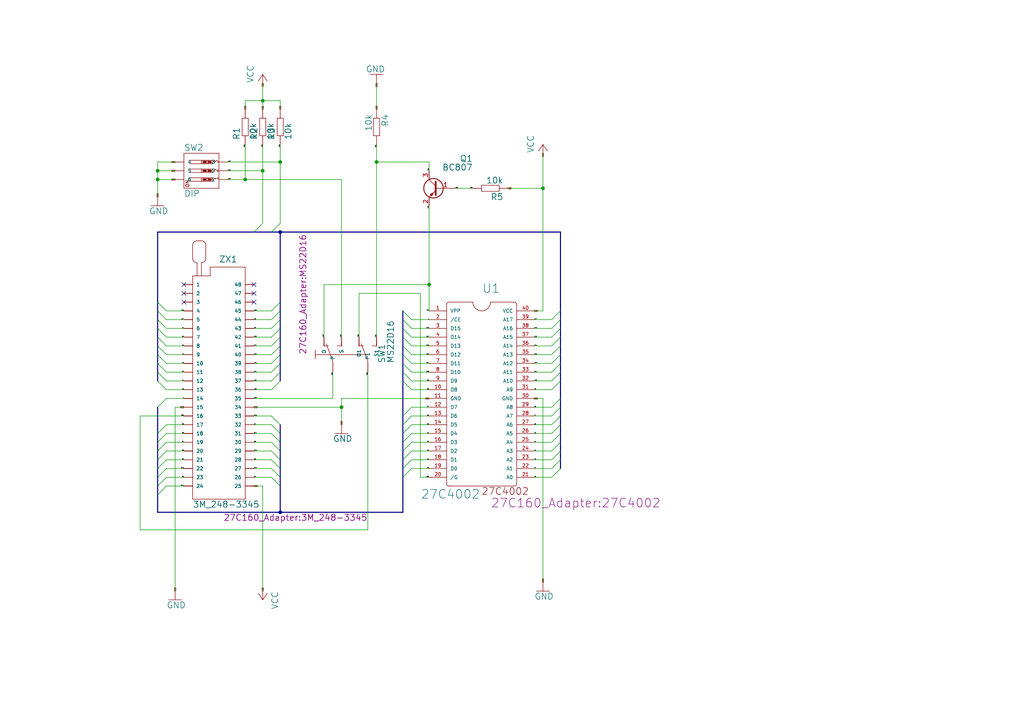
<source format=kicad_sch>
(kicad_sch (version 20211123) (generator eeschema)
  (paper "A4")
  (title_block (title "27C160 to TL866 Adapter") (date "2022-01-31") (rev "1.1SMD") (comment 2 "License:  GPLv3 (s. license.txt)") (comment 3 "Shrunk and reworked for SMD parts 2022 by Torsten Kurbad <amiga[at]tk-webart.de>") (comment 4 "© 2017 gaggi [https://github.com/gaggi/27c160-tl866-adapter]"))
  (lib_symbols
    (symbol "27C160_Adapter:27C4002" (pin_names (offset 1.016))
      (property "Reference" "M" (at 0 30.48 0))
      (symbol "27C4002_1_0"
        (polyline (pts (xy -10.16 -24.765) (xy -10.16 27.305)))
        (polyline (pts (xy -9.525 27.94) (xy -2.54 27.94)))
        (polyline (pts (xy 2.54 27.94) (xy 9.525 27.94)))
        (polyline (pts (xy 9.525 -25.4) (xy -9.525 -25.4)))
        (polyline (pts (xy 10.16 27.305) (xy 10.16 -24.765)))
        (text "27C4002" (at 6.8326 -26.924 0) (effects (font (size 2.032 2.032))))
      )
      (symbol "27C4002_1_1"
        (arc (start -10.16 -24.765) (mid -9.974 -25.214) (end -9.525 -25.4))
        (arc (start -9.525 27.94) (mid -9.974 27.754) (end -10.16 27.305))
        (arc (start -2.54 27.94) (mid -1.7961 26.1439) (end 0 25.4))
        (arc (start 0 25.4) (mid 1.7961 26.1439) (end 2.54 27.94))
        (arc (start 9.525 -25.4) (mid 9.974 -25.214) (end 10.16 -24.765))
        (arc (start 10.16 27.305) (mid 9.974 27.754) (end 9.525 27.94))
        (pin bidirectional line (at -15.24 25.4 0) (length 5.08) (name "VPP") (number "1"))
        (pin bidirectional line (at -15.24 2.54 0) (length 5.08) (name "D8") (number "10"))
        (pin bidirectional line (at -15.24 0 0) (length 5.08) (name "GND") (number "11"))
        (pin bidirectional line (at -15.24 -2.54 0) (length 5.08) (name "D7") (number "12"))
        (pin bidirectional line (at -15.24 -5.08 0) (length 5.08) (name "D6") (number "13"))
        (pin bidirectional line (at -15.24 -7.62 0) (length 5.08) (name "D5") (number "14"))
        (pin bidirectional line (at -15.24 -10.16 0) (length 5.08) (name "D4") (number "15"))
        (pin bidirectional line (at -15.24 -12.7 0) (length 5.08) (name "D3") (number "16"))
        (pin bidirectional line (at -15.24 -15.24 0) (length 5.08) (name "D2") (number "17"))
        (pin bidirectional line (at -15.24 -17.78 0) (length 5.08) (name "D1") (number "18"))
        (pin bidirectional line (at -15.24 -20.32 0) (length 5.08) (name "D0") (number "19"))
        (pin bidirectional line (at -15.24 22.86 0) (length 5.08) (name "/CE") (number "2"))
        (pin bidirectional line (at -15.24 -22.86 0) (length 5.08) (name "/G") (number "20"))
        (pin bidirectional line (at 15.24 -22.86 180) (length 5.08) (name "A0") (number "21"))
        (pin bidirectional line (at 15.24 -20.32 180) (length 5.08) (name "A1") (number "22"))
        (pin bidirectional line (at 15.24 -17.78 180) (length 5.08) (name "A2") (number "23"))
        (pin bidirectional line (at 15.24 -15.24 180) (length 5.08) (name "A3") (number "24"))
        (pin bidirectional line (at 15.24 -12.7 180) (length 5.08) (name "A4") (number "25"))
        (pin bidirectional line (at 15.24 -10.16 180) (length 5.08) (name "A5") (number "26"))
        (pin bidirectional line (at 15.24 -7.62 180) (length 5.08) (name "A6") (number "27"))
        (pin bidirectional line (at 15.24 -5.08 180) (length 5.08) (name "A7") (number "28"))
        (pin bidirectional line (at 15.24 -2.54 180) (length 5.08) (name "A8") (number "29"))
        (pin bidirectional line (at -15.24 20.32 0) (length 5.08) (name "D15") (number "3"))
        (pin bidirectional line (at 15.24 0 180) (length 5.08) (name "GND") (number "30"))
        (pin bidirectional line (at 15.24 2.54 180) (length 5.08) (name "A9") (number "31"))
        (pin bidirectional line (at 15.24 5.08 180) (length 5.08) (name "A10") (number "32"))
        (pin bidirectional line (at 15.24 7.62 180) (length 5.08) (name "A11") (number "33"))
        (pin bidirectional line (at 15.24 10.16 180) (length 5.08) (name "A12") (number "34"))
        (pin bidirectional line (at 15.24 12.7 180) (length 5.08) (name "A13") (number "35"))
        (pin bidirectional line (at 15.24 15.24 180) (length 5.08) (name "A14") (number "36"))
        (pin bidirectional line (at 15.24 17.78 180) (length 5.08) (name "A15") (number "37"))
        (pin bidirectional line (at 15.24 20.32 180) (length 5.08) (name "A16") (number "38"))
        (pin bidirectional line (at 15.24 22.86 180) (length 5.08) (name "A17") (number "39"))
        (pin bidirectional line (at -15.24 17.78 0) (length 5.08) (name "D14") (number "4"))
        (pin bidirectional line (at 15.24 25.4 180) (length 5.08) (name "VCC") (number "40"))
        (pin bidirectional line (at -15.24 15.24 0) (length 5.08) (name "D13") (number "5"))
        (pin bidirectional line (at -15.24 12.7 0) (length 5.08) (name "D12") (number "6"))
        (pin bidirectional line (at -15.24 10.16 0) (length 5.08) (name "D11") (number "7"))
        (pin bidirectional line (at -15.24 7.62 0) (length 5.08) (name "D10") (number "8"))
        (pin bidirectional line (at -15.24 5.08 0) (length 5.08) (name "D9") (number "9"))
      )
    )
    (symbol "27C160_Adapter:3M_248-3345" (pin_numbers hide) (pin_names (offset 1.016))
      (property "Reference" "ZX" (at 0 34.29 0))
      (property "Value" "3M_248-3345" (at -7.62 -36.83 0))
      (symbol "3M_248-3345_1_0"
        (polyline (pts (xy -7.62 -34.29) (xy 7.62 -34.29)))
        (polyline (pts (xy -7.62 30.48) (xy -7.62 -34.29)))
        (polyline (pts (xy -7.62 35.56) (xy -7.62 39.37)))
        (polyline (pts (xy -6.35 30.48) (xy -7.62 30.48)))
        (polyline (pts (xy -6.35 30.48) (xy -6.35 34.29)))
        (polyline (pts (xy -6.35 40.64) (xy -5.08 40.64)))
        (polyline (pts (xy -5.08 30.48) (xy -6.35 30.48)))
        (polyline (pts (xy -5.08 34.29) (xy -5.08 30.48)))
        (polyline (pts (xy -3.81 39.37) (xy -3.81 35.56)))
        (polyline (pts (xy -2.54 30.48) (xy -5.08 30.48)))
        (polyline (pts (xy -2.54 33.02) (xy -2.54 30.48)))
        (polyline (pts (xy 7.62 -34.29) (xy 7.62 33.02)))
        (polyline (pts (xy 7.62 33.02) (xy -2.54 33.02)))
      )
      (symbol "3M_248-3345_1_1"
        (arc (start -7.62 35.56) (mid -7.248 34.662) (end -6.35 34.29))
        (arc (start -6.35 40.64) (mid -7.248 40.268) (end -7.62 39.37))
        (arc (start -5.08 34.29) (mid -4.182 34.662) (end -3.81 35.56))
        (arc (start -3.81 39.37) (mid -4.182 40.268) (end -5.08 40.64))
        (pin passive line (at -10.16 27.94 0) (length 2.54) (name "1") (number "1"))
        (pin passive line (at -10.16 5.08 0) (length 2.54) (name "10") (number "10"))
        (pin passive line (at -10.16 2.54 0) (length 2.54) (name "11") (number "11"))
        (pin passive line (at -10.16 0 0) (length 2.54) (name "12") (number "12"))
        (pin passive line (at -10.16 -2.54 0) (length 2.54) (name "13") (number "13"))
        (pin passive line (at -10.16 -5.08 0) (length 2.54) (name "14") (number "14"))
        (pin passive line (at -10.16 -7.62 0) (length 2.54) (name "15") (number "15"))
        (pin passive line (at -10.16 -10.16 0) (length 2.54) (name "16") (number "16"))
        (pin passive line (at -10.16 -12.7 0) (length 2.54) (name "17") (number "17"))
        (pin passive line (at -10.16 -15.24 0) (length 2.54) (name "18") (number "18"))
        (pin passive line (at -10.16 -17.78 0) (length 2.54) (name "19") (number "19"))
        (pin passive line (at -10.16 25.4 0) (length 2.54) (name "2") (number "2"))
        (pin passive line (at -10.16 -20.32 0) (length 2.54) (name "20") (number "20"))
        (pin passive line (at -10.16 -22.86 0) (length 2.54) (name "21") (number "21"))
        (pin passive line (at -10.16 -25.4 0) (length 2.54) (name "22") (number "22"))
        (pin passive line (at -10.16 -27.94 0) (length 2.54) (name "23") (number "23"))
        (pin passive line (at -10.16 -30.48 0) (length 2.54) (name "24") (number "24"))
        (pin passive line (at 10.16 -30.48 180) (length 2.54) (name "25") (number "25"))
        (pin passive line (at 10.16 -27.94 180) (length 2.54) (name "26") (number "26"))
        (pin passive line (at 10.16 -25.4 180) (length 2.54) (name "27") (number "27"))
        (pin passive line (at 10.16 -22.86 180) (length 2.54) (name "28") (number "28"))
        (pin passive line (at 10.16 -20.32 180) (length 2.54) (name "29") (number "29"))
        (pin passive line (at -10.16 22.86 0) (length 2.54) (name "3") (number "3"))
        (pin passive line (at 10.16 -17.78 180) (length 2.54) (name "30") (number "30"))
        (pin passive line (at 10.16 -15.24 180) (length 2.54) (name "31") (number "31"))
        (pin passive line (at 10.16 -12.7 180) (length 2.54) (name "32") (number "32"))
        (pin passive line (at 10.16 -10.16 180) (length 2.54) (name "33") (number "33"))
        (pin passive line (at 10.16 -7.62 180) (length 2.54) (name "34") (number "34"))
        (pin passive line (at 10.16 -5.08 180) (length 2.54) (name "35") (number "35"))
        (pin passive line (at 10.16 -2.54 180) (length 2.54) (name "36") (number "36"))
        (pin passive line (at 10.16 0 180) (length 2.54) (name "37") (number "37"))
        (pin passive line (at 10.16 2.54 180) (length 2.54) (name "38") (number "38"))
        (pin passive line (at 10.16 5.08 180) (length 2.54) (name "39") (number "39"))
        (pin passive line (at -10.16 20.32 0) (length 2.54) (name "4") (number "4"))
        (pin passive line (at 10.16 7.62 180) (length 2.54) (name "40") (number "40"))
        (pin passive line (at 10.16 10.16 180) (length 2.54) (name "41") (number "41"))
        (pin passive line (at 10.16 12.7 180) (length 2.54) (name "42") (number "42"))
        (pin passive line (at 10.16 15.24 180) (length 2.54) (name "43") (number "43"))
        (pin passive line (at 10.16 17.78 180) (length 2.54) (name "44") (number "44"))
        (pin passive line (at 10.16 20.32 180) (length 2.54) (name "45") (number "45"))
        (pin passive line (at 10.16 22.86 180) (length 2.54) (name "46") (number "46"))
        (pin passive line (at 10.16 25.4 180) (length 2.54) (name "47") (number "47"))
        (pin passive line (at 10.16 27.94 180) (length 2.54) (name "48") (number "48"))
        (pin passive line (at -10.16 17.78 0) (length 2.54) (name "5") (number "5"))
        (pin passive line (at -10.16 15.24 0) (length 2.54) (name "6") (number "6"))
        (pin passive line (at -10.16 12.7 0) (length 2.54) (name "7") (number "7"))
        (pin passive line (at -10.16 10.16 0) (length 2.54) (name "8") (number "8"))
        (pin passive line (at -10.16 7.62 0) (length 2.54) (name "9") (number "9"))
      )
    )
    (symbol "27C160_Adapter:GND" (power) (pin_numbers hide) (pin_names (offset 1.016) hide)
      (property "Value" "GND" (at -2.54 -2.54 0))
      (symbol "GND_1_0"
        (polyline (pts (xy -1.905 0) (xy 1.905 0)))
        (polyline (pts (xy 0 2.54) (xy 0 0)))
      )
      (symbol "GND_1_1"
        (pin power_in line (at 0 2.54 270) (length 2.54) hide (name "GND") (number "~"))
      )
    )
    (symbol "27C160_Adapter:MS22D16" (pin_numbers hide) (pin_names (offset 1.016))
      (property "Reference" "TEST" (at 9.271 -2.54 90))
      (property "Value" "MS22D16" (at 11.811 -2.54 90))
      (symbol "MS22D16_1_0"
        (polyline (pts (xy -10.16 1.27) (xy -10.16 -1.27)))
        (polyline (pts (xy -7.62 2.54) (xy -7.62 3.175)))
        (polyline (pts (xy -7.62 2.54) (xy -6.35 2.54)))
        (polyline (pts (xy -5.08 -3.175) (xy -5.08 -1.905)))
        (polyline (pts (xy -5.08 -1.905) (xy -6.985 3.175)))
        (polyline (pts (xy -3.81 2.54) (xy -2.54 2.54)))
        (polyline (pts (xy -2.54 2.54) (xy -2.54 3.175)))
        (polyline (pts (xy 2.54 2.54) (xy 2.54 3.175)))
        (polyline (pts (xy 2.54 2.54) (xy 3.81 2.54)))
        (polyline (pts (xy 4.318 0) (xy -10.16 0)))
        (polyline (pts (xy 5.08 -3.175) (xy 5.08 -1.905)))
        (polyline (pts (xy 5.08 -1.905) (xy 3.175 3.175)))
        (polyline (pts (xy 6.35 2.54) (xy 7.62 2.54)))
        (polyline (pts (xy 7.62 2.54) (xy 7.62 3.175)))
      )
      (symbol "MS22D16_1_1"
        (pin passive line (at -7.62 5.08 270) (length 2.54) (name "O") (number "1"))
        (pin passive line (at -5.08 -5.08 90) (length 2.54) (name "P") (number "2"))
        (pin passive line (at -2.54 5.08 270) (length 2.54) (name "S") (number "3"))
        (pin passive line (at 2.54 5.08 270) (length 2.54) (name "O1") (number "4"))
        (pin passive line (at 5.08 -5.08 90) (length 2.54) (name "P1") (number "5"))
        (pin passive line (at 7.62 5.08 270) (length 2.54) (name "S1") (number "6"))
      )
    )
    (symbol "27C160_Adapter:R-EU_0207_10" (pin_numbers hide) (pin_names (offset 1.016) hide)
      (property "Reference" "R" (at -3.81 1.4986 0))
      (property "Value" "R-EU_0207_10" (at -3.81 -3.302 0))
      (symbol "R-EU_0207_10_1_0"
        (polyline (pts (xy -2.54 -0.889) (xy -2.54 0.889)))
        (polyline (pts (xy -2.54 -0.889) (xy 2.54 -0.889)))
        (polyline (pts (xy 2.54 -0.889) (xy 2.54 0.889)))
        (polyline (pts (xy 2.54 0.889) (xy -2.54 0.889)))
      )
      (symbol "R-EU_0207_10_1_1"
        (pin passive line (at -5.08 0 0) (length 2.54) (name "1") (number "1"))
        (pin passive line (at 5.08 0 180) (length 2.54) (name "2") (number "2"))
      )
    )
    (symbol "27C160_Adapter:SW_DIP-3" (pin_numbers hide) (pin_names (offset 1.016))
      (property "Reference" "SW" (at -5.08 5.715 0))
      (property "Value" "SW_DIP-3" (at -5.08 -7.62 0))
      (symbol "SW_DIP-3_1_0"
        (polyline (pts (xy -5.08 -5.08) (xy 5.08 -5.08)))
        (polyline (pts (xy -5.08 5.08) (xy -5.08 -5.08)))
        (polyline (pts (xy -5.08 5.08) (xy 5.08 5.08)))
        (polyline (pts (xy -3.302 -3.048) (xy -3.302 -2.032)))
        (polyline (pts (xy -3.302 -2.032) (xy 0 -2.032)))
        (polyline (pts (xy -3.302 -0.508) (xy -3.302 0.508)))
        (polyline (pts (xy -3.302 0.508) (xy 0 0.508)))
        (polyline (pts (xy -3.302 2.032) (xy -3.302 3.048)))
        (polyline (pts (xy -3.302 3.048) (xy 0 3.048)))
        (polyline (pts (xy 0 -3.048) (xy -3.302 -3.048)))
        (polyline (pts (xy 0 -2.032) (xy 0 -3.048)))
        (polyline (pts (xy 0 -2.032) (xy 3.302 -2.032)))
        (polyline (pts (xy 0 -0.508) (xy -3.302 -0.508)))
        (polyline (pts (xy 0 0.508) (xy 0 -0.508)))
        (polyline (pts (xy 0 0.508) (xy 3.302 0.508)))
        (polyline (pts (xy 0 2.032) (xy -3.302 2.032)))
        (polyline (pts (xy 0 3.048) (xy 0 2.032)))
        (polyline (pts (xy 0 3.048) (xy 3.302 3.048)))
        (polyline (pts (xy 1.397 -2.794) (xy 1.905 -2.794)))
        (polyline (pts (xy 1.397 -2.286) (xy 1.905 -2.286)))
        (polyline (pts (xy 1.397 -0.254) (xy 1.905 -0.254)))
        (polyline (pts (xy 1.397 0.254) (xy 1.905 0.254)))
        (polyline (pts (xy 1.397 2.286) (xy 1.905 2.286)))
        (polyline (pts (xy 1.397 2.794) (xy 1.905 2.794)))
        (polyline (pts (xy 3.302 -3.048) (xy 0 -3.048)))
        (polyline (pts (xy 3.302 -2.032) (xy 3.302 -3.048)))
        (polyline (pts (xy 3.302 -0.508) (xy 0 -0.508)))
        (polyline (pts (xy 3.302 0.508) (xy 3.302 -0.508)))
        (polyline (pts (xy 3.302 2.032) (xy 0 2.032)))
        (polyline (pts (xy 3.302 3.048) (xy 3.302 2.032)))
        (polyline (pts (xy 5.08 -5.08) (xy 5.08 5.08)))
        (text "1" (at 4.318 -2.1844 900) (effects (font (size 1.016 1.016))))
        (text "2" (at 4.318 0.1016 900) (effects (font (size 1.016 1.016))))
        (text "3" (at 4.318 2.6416 900) (effects (font (size 1.016 1.016))))
        (text "ON" (at -4.064 -3.7338 900) (effects (font (size 1.016 1.016))))
      )
      (symbol "SW_DIP-3_1_1"
        (rectangle (start 0.381 -2.794) (end 1.397 -2.286) (fill (type outline)))
        (rectangle (start 0.381 -0.254) (end 1.397 0.254) (fill (type outline)))
        (rectangle (start 0.381 2.286) (end 1.397 2.794) (fill (type outline)))
        (rectangle (start 1.905 -2.794) (end 2.921 -2.286) (fill (type outline)))
        (rectangle (start 1.905 -0.254) (end 2.921 0.254) (fill (type outline)))
        (rectangle (start 1.905 2.286) (end 2.921 2.794) (fill (type outline)))
        (pin passive line (at 7.62 -2.54 180) (length 2.54) (name "1") (number "1"))
        (pin passive line (at 7.62 0 180) (length 2.54) (name "2") (number "2"))
        (pin passive line (at 7.62 2.54 180) (length 2.54) (name "3") (number "3"))
        (pin passive line (at -7.62 2.54 0) (length 2.54) (name "4") (number "4"))
        (pin passive line (at -7.62 0 0) (length 2.54) (name "5") (number "5"))
        (pin passive line (at -7.62 -2.54 0) (length 2.54) (name "6") (number "6"))
      )
    )
    (symbol "27C160_Adapter:VCC" (power) (pin_numbers hide) (pin_names (offset 1.016) hide)
      (property "Value" "VCC" (at -3.429 -2.54 90))
      (symbol "VCC_1_0"
        (polyline (pts (xy 0 -2.54) (xy 0 0)))
        (polyline (pts (xy 0 0) (xy -1.27 -1.905)))
        (polyline (pts (xy 1.27 -1.905) (xy 0 0)))
      )
      (symbol "VCC_1_1"
        (pin power_in line (at 0 -2.54 90) (length 2.54) hide (name "VCC") (number "~"))
      )
    )
    (symbol "Transistor_BJT:BC807" (pin_names (offset 0) hide)
      (property "Reference" "Q" (at 5.08 1.905 0))
      (property "Value" "BC807" (at 5.08 0 0))
      (symbol "BC807_0_1"
        (polyline (pts (xy 0.635 0.635) (xy 2.54 2.54)))
        (polyline (pts (xy 0.635 -0.635) (xy 2.54 -2.54) (xy 2.54 -2.54)))
        (polyline (pts (xy 0.635 1.905) (xy 0.635 -1.905) (xy 0.635 -1.905)) (stroke (width 0.508)))
        (polyline (pts (xy 2.286 -1.778) (xy 1.778 -2.286) (xy 1.27 -1.27) (xy 2.286 -1.778) (xy 2.286 -1.778)) (fill (type outline)))
        (circle (center 1.27 0) (radius 2.8194) (stroke (width 0.254)))
      )
      (symbol "BC807_1_1"
        (pin input line (at -5.08 0 0) (length 5.715) (name "B") (number "1"))
        (pin passive line (at 2.54 -5.08 90) (length 2.54) (name "E") (number "2"))
        (pin passive line (at 2.54 5.08 270) (length 2.54) (name "C") (number "3"))
      )
    )
  )
  (junction (at 45.72 49.53))
  (junction (at 71.12 52.07))
  (junction (at 99.06 118.11))
  (junction (at 157.48 54.61))
  (junction (at 81.28 148.59))
  (junction (at 124.46 82.55))
  (junction (at 109.22 46.99))
  (junction (at 76.2 49.53))
  (junction (at 76.2 29.21))
  (junction (at 81.28 46.99))
  (junction (at 45.72 52.07))
  (junction (at 81.28 67.31))
  (no_connect (at 73.66 82.55))
  (no_connect (at 73.66 85.09))
  (no_connect (at 73.66 87.63))
  (no_connect (at 53.34 85.09))
  (no_connect (at -158.75 135.89))
  (no_connect (at 53.34 82.55))
  (no_connect (at 53.34 87.63))
  (bus_entry (at 45.72 100.33) (size 2.54 2.54))
  (bus_entry (at 160.02 138.43) (size 2.54 -2.54))
  (bus_entry (at 160.02 128.27) (size 2.54 -2.54))
  (bus_entry (at 116.84 102.87) (size 2.54 2.54))
  (bus_entry (at 78.74 138.43) (size 2.54 2.54))
  (bus_entry (at 160.02 125.73) (size 2.54 -2.54))
  (bus_entry (at 78.74 102.87) (size 2.54 -2.54))
  (bus_entry (at 160.02 130.81) (size 2.54 -2.54))
  (bus_entry (at 160.02 102.87) (size 2.54 -2.54))
  (bus_entry (at 78.74 92.71) (size 2.54 -2.54))
  (bus_entry (at 116.84 130.81) (size 2.54 -2.54))
  (bus_entry (at 160.02 113.03) (size 2.54 -2.54))
  (bus_entry (at 78.74 133.35) (size 2.54 2.54))
  (bus_entry (at 45.72 128.27) (size 2.54 -2.54))
  (bus_entry (at 116.84 120.65) (size 2.54 -2.54))
  (bus_entry (at 116.84 97.79) (size 2.54 2.54))
  (bus_entry (at 45.72 102.87) (size 2.54 2.54))
  (bus_entry (at 160.02 107.95) (size 2.54 -2.54))
  (bus_entry (at 78.74 135.89) (size 2.54 2.54))
  (bus_entry (at 160.02 105.41) (size 2.54 -2.54))
  (bus_entry (at 160.02 133.35) (size 2.54 -2.54))
  (bus_entry (at 45.72 118.11) (size 2.54 -2.54))
  (bus_entry (at 78.74 105.41) (size 2.54 -2.54))
  (bus_entry (at 116.84 90.17) (size 2.54 2.54))
  (bus_entry (at 116.84 138.43) (size 2.54 -2.54))
  (bus_entry (at 116.84 100.33) (size 2.54 2.54))
  (bus_entry (at 78.74 128.27) (size 2.54 2.54))
  (bus_entry (at 78.74 100.33) (size 2.54 -2.54))
  (bus_entry (at 78.74 125.73) (size 2.54 2.54))
  (bus_entry (at 78.74 97.79) (size 2.54 -2.54))
  (bus_entry (at 45.72 95.25) (size 2.54 2.54))
  (bus_entry (at 78.74 130.81) (size 2.54 2.54))
  (bus_entry (at 45.72 87.63) (size 2.54 2.54))
  (bus_entry (at 160.02 100.33) (size 2.54 -2.54))
  (bus_entry (at 160.02 92.71) (size 2.54 -2.54))
  (bus_entry (at 78.74 113.03) (size 2.54 -2.54))
  (bus_entry (at 45.72 138.43) (size 2.54 -2.54))
  (bus_entry (at 116.84 105.41) (size 2.54 2.54))
  (bus_entry (at 116.84 123.19) (size 2.54 -2.54))
  (bus_entry (at 116.84 107.95) (size 2.54 2.54))
  (bus_entry (at 160.02 97.79) (size 2.54 -2.54))
  (bus_entry (at 160.02 123.19) (size 2.54 -2.54))
  (bus_entry (at 78.74 95.25) (size 2.54 -2.54))
  (bus_entry (at 78.74 120.65) (size 2.54 2.54))
  (bus_entry (at 78.74 90.17) (size 2.54 -2.54))
  (bus_entry (at 45.72 140.97) (size 2.54 -2.54))
  (bus_entry (at 116.84 92.71) (size 2.54 2.54))
  (bus_entry (at 116.84 95.25) (size 2.54 2.54))
  (bus_entry (at 116.84 135.89) (size 2.54 -2.54))
  (bus_entry (at 78.74 110.49) (size 2.54 -2.54))
  (bus_entry (at 116.84 133.35) (size 2.54 -2.54))
  (bus_entry (at 45.72 90.17) (size 2.54 2.54))
  (bus_entry (at 160.02 110.49) (size 2.54 -2.54))
  (bus_entry (at 45.72 105.41) (size 2.54 2.54))
  (bus_entry (at 45.72 110.49) (size 2.54 2.54))
  (bus_entry (at 45.72 130.81) (size 2.54 -2.54))
  (bus_entry (at 116.84 110.49) (size 2.54 2.54))
  (bus_entry (at 160.02 135.89) (size 2.54 -2.54))
  (bus_entry (at 160.02 120.65) (size 2.54 -2.54))
  (bus_entry (at 45.72 125.73) (size 2.54 -2.54))
  (bus_entry (at 78.74 107.95) (size 2.54 -2.54))
  (bus_entry (at 45.72 107.95) (size 2.54 2.54))
  (bus_entry (at 45.72 97.79) (size 2.54 2.54))
  (bus_entry (at 78.74 123.19) (size 2.54 2.54))
  (bus_entry (at 45.72 92.71) (size 2.54 2.54))
  (bus_entry (at 160.02 95.25) (size 2.54 -2.54))
  (bus_entry (at 45.72 133.35) (size 2.54 -2.54))
  (bus_entry (at 116.84 125.73) (size 2.54 -2.54))
  (bus_entry (at 116.84 128.27) (size 2.54 -2.54))
  (bus_entry (at 160.02 118.11) (size 2.54 -2.54))
  (bus_entry (at 45.72 135.89) (size 2.54 -2.54))
  (bus_entry (at 45.72 143.51) (size 2.54 -2.54))
  (wire (pts (xy 124.46 46.99) (xy 124.46 49.53)))
  (bus (pts (xy 45.72 130.81) (xy 45.72 133.35)))
  (bus (pts (xy 45.72 95.25) (xy 45.72 97.79)))
  (bus (pts (xy 45.72 92.71) (xy 45.72 95.25)))
  (bus (pts (xy 116.84 110.49) (xy 116.84 120.65)))
  (wire (pts (xy 154.94 123.19) (xy 160.02 123.19)))
  (wire (pts (xy 73.66 97.79) (xy 78.74 97.79)))
  (wire (pts (xy 124.46 113.03) (xy 119.38 113.03)))
  (wire (pts (xy 154.94 102.87) (xy 160.02 102.87)))
  (bus (pts (xy 81.28 138.43) (xy 81.28 140.97)))
  (wire (pts (xy 154.94 138.43) (xy 160.02 138.43)))
  (bus (pts (xy 81.28 140.97) (xy 81.28 148.59)))
  (wire (pts (xy 96.52 115.57) (xy 73.66 115.57)))
  (wire (pts (xy 73.66 128.27) (xy 78.74 128.27)))
  (bus (pts (xy 45.72 87.63) (xy 45.72 90.17)))
  (wire (pts (xy 73.66 92.71) (xy 78.74 92.71)))
  (wire (pts (xy 53.34 110.49) (xy 48.26 110.49)))
  (wire (pts (xy 53.34 135.89) (xy 48.26 135.89)))
  (wire (pts (xy 154.94 107.95) (xy 160.02 107.95)))
  (wire (pts (xy 96.52 107.95) (xy 96.52 115.57)))
  (bus (pts (xy 81.28 100.33) (xy 81.28 102.87)))
  (wire (pts (xy 124.46 82.55) (xy 93.98 82.55)))
  (bus (pts (xy 116.84 90.17) (xy 116.84 92.71)))
  (wire (pts (xy 53.34 133.35) (xy 48.26 133.35)))
  (bus (pts (xy 116.84 100.33) (xy 116.84 102.87)))
  (wire (pts (xy 154.94 110.49) (xy 160.02 110.49)))
  (wire (pts (xy 66.04 49.53) (xy 76.2 49.53)))
  (bus (pts (xy 81.28 102.87) (xy 81.28 105.41)))
  (wire (pts (xy 73.66 138.43) (xy 78.74 138.43)))
  (bus (pts (xy 45.72 67.31) (xy 45.72 87.63)))
  (wire (pts (xy 124.46 95.25) (xy 119.38 95.25)))
  (bus (pts (xy 81.28 95.25) (xy 81.28 97.79)))
  (wire (pts (xy 73.66 105.41) (xy 78.74 105.41)))
  (wire (pts (xy 124.46 82.55) (xy 124.46 90.17)))
  (wire (pts (xy 53.34 123.19) (xy 48.26 123.19)))
  (wire (pts (xy 109.22 41.91) (xy 109.22 46.99)))
  (wire (pts (xy 76.2 49.53) (xy 76.2 64.77)))
  (wire (pts (xy 124.46 100.33) (xy 119.38 100.33)))
  (bus (pts (xy 45.72 138.43) (xy 45.72 140.97)))
  (wire (pts (xy 154.94 92.71) (xy 160.02 92.71)))
  (bus (pts (xy 162.56 97.79) (xy 162.56 100.33)))
  (wire (pts (xy 73.66 90.17) (xy 78.74 90.17)))
  (bus (pts (xy 162.56 123.19) (xy 162.56 125.73)))
  (bus (pts (xy 81.28 92.71) (xy 81.28 95.25)))
  (bus (pts (xy 116.84 123.19) (xy 116.84 125.73)))
  (bus (pts (xy 45.72 102.87) (xy 45.72 105.41)))
  (wire (pts (xy 73.66 123.19) (xy 78.74 123.19)))
  (wire (pts (xy 73.66 140.97) (xy 76.2 140.97)))
  (wire (pts (xy 124.46 138.43) (xy 121.92 138.43)))
  (wire (pts (xy 76.2 64.77) (xy 73.66 67.31)))
  (wire (pts (xy 124.46 130.81) (xy 119.38 130.81)))
  (wire (pts (xy 53.34 130.81) (xy 48.26 130.81)))
  (wire (pts (xy 157.48 90.17) (xy 154.94 90.17)))
  (bus (pts (xy 116.84 138.43) (xy 116.84 148.59)))
  (bus (pts (xy 45.72 128.27) (xy 45.72 130.81)))
  (wire (pts (xy 66.04 46.99) (xy 81.28 46.99)))
  (bus (pts (xy 81.28 90.17) (xy 81.28 92.71)))
  (wire (pts (xy 154.94 128.27) (xy 160.02 128.27)))
  (bus (pts (xy 116.84 130.81) (xy 116.84 133.35)))
  (wire (pts (xy 73.66 113.03) (xy 78.74 113.03)))
  (wire (pts (xy 45.72 52.07) (xy 45.72 57.15)))
  (bus (pts (xy 162.56 130.81) (xy 162.56 133.35)))
  (wire (pts (xy 154.94 95.25) (xy 160.02 95.25)))
  (bus (pts (xy 81.28 67.31) (xy 162.56 67.31)))
  (bus (pts (xy 116.84 120.65) (xy 116.84 123.19)))
  (wire (pts (xy 109.22 46.99) (xy 124.46 46.99)))
  (wire (pts (xy 53.34 115.57) (xy 48.26 115.57)))
  (wire (pts (xy 124.46 133.35) (xy 119.38 133.35)))
  (wire (pts (xy 71.12 31.75) (xy 71.12 29.21)))
  (bus (pts (xy 162.56 120.65) (xy 162.56 123.19)))
  (wire (pts (xy 81.28 29.21) (xy 81.28 31.75)))
  (bus (pts (xy 45.72 125.73) (xy 45.72 128.27)))
  (wire (pts (xy 50.8 49.53) (xy 45.72 49.53)))
  (wire (pts (xy 53.34 138.43) (xy 48.26 138.43)))
  (wire (pts (xy 76.2 41.91) (xy 76.2 49.53)))
  (bus (pts (xy 116.84 105.41) (xy 116.84 107.95)))
  (wire (pts (xy 53.34 92.71) (xy 48.26 92.71)))
  (bus (pts (xy 81.28 87.63) (xy 81.28 90.17)))
  (bus (pts (xy 162.56 107.95) (xy 162.56 110.49)))
  (wire (pts (xy 109.22 24.13) (xy 109.22 31.75)))
  (wire (pts (xy 154.94 130.81) (xy 160.02 130.81)))
  (bus (pts (xy 116.84 97.79) (xy 116.84 100.33)))
  (wire (pts (xy 124.46 125.73) (xy 119.38 125.73)))
  (wire (pts (xy 124.46 128.27) (xy 119.38 128.27)))
  (bus (pts (xy 116.84 107.95) (xy 116.84 110.49)))
  (bus (pts (xy 162.56 110.49) (xy 162.56 115.57)))
  (wire (pts (xy 71.12 41.91) (xy 71.12 52.07)))
  (wire (pts (xy 40.64 153.67) (xy 40.64 120.65)))
  (bus (pts (xy 81.28 133.35) (xy 81.28 135.89)))
  (bus (pts (xy 45.72 107.95) (xy 45.72 110.49)))
  (wire (pts (xy 73.66 133.35) (xy 78.74 133.35)))
  (wire (pts (xy 124.46 115.57) (xy 99.06 115.57)))
  (bus (pts (xy 162.56 100.33) (xy 162.56 102.87)))
  (bus (pts (xy 81.28 67.31) (xy 81.28 87.63)))
  (bus (pts (xy 45.72 148.59) (xy 81.28 148.59)))
  (wire (pts (xy 53.34 113.03) (xy 48.26 113.03)))
  (wire (pts (xy 53.34 102.87) (xy 48.26 102.87)))
  (wire (pts (xy 121.92 85.09) (xy 121.92 138.43)))
  (wire (pts (xy 73.66 120.65) (xy 78.74 120.65)))
  (wire (pts (xy 73.66 130.81) (xy 78.74 130.81)))
  (wire (pts (xy 154.94 133.35) (xy 160.02 133.35)))
  (wire (pts (xy 73.66 110.49) (xy 78.74 110.49)))
  (bus (pts (xy 162.56 67.31) (xy 162.56 90.17)))
  (wire (pts (xy 147.32 54.61) (xy 157.48 54.61)))
  (wire (pts (xy 93.98 82.55) (xy 93.98 97.79)))
  (wire (pts (xy 157.48 44.45) (xy 157.48 54.61)))
  (bus (pts (xy 45.72 105.41) (xy 45.72 107.95)))
  (wire (pts (xy 124.46 110.49) (xy 119.38 110.49)))
  (bus (pts (xy 162.56 95.25) (xy 162.56 97.79)))
  (wire (pts (xy 53.34 128.27) (xy 48.26 128.27)))
  (wire (pts (xy 124.46 59.69) (xy 124.46 82.55)))
  (bus (pts (xy 45.72 100.33) (xy 45.72 102.87)))
  (wire (pts (xy 76.2 24.13) (xy 76.2 29.21)))
  (wire (pts (xy 157.48 54.61) (xy 157.48 90.17)))
  (wire (pts (xy 154.94 135.89) (xy 160.02 135.89)))
  (wire (pts (xy 132.08 54.61) (xy 137.16 54.61)))
  (wire (pts (xy 71.12 52.07) (xy 99.06 52.07)))
  (bus (pts (xy 81.28 123.19) (xy 81.28 125.73)))
  (bus (pts (xy 162.56 133.35) (xy 162.56 135.89)))
  (bus (pts (xy 81.28 130.81) (xy 81.28 133.35)))
  (wire (pts (xy 99.06 52.07) (xy 99.06 97.79)))
  (wire (pts (xy 154.94 115.57) (xy 157.48 115.57)))
  (bus (pts (xy 162.56 115.57) (xy 162.56 118.11)))
  (wire (pts (xy 50.8 118.11) (xy 50.8 171.45)))
  (bus (pts (xy 81.28 148.59) (xy 116.84 148.59)))
  (wire (pts (xy 124.46 97.79) (xy 119.38 97.79)))
  (wire (pts (xy 53.34 105.41) (xy 48.26 105.41)))
  (wire (pts (xy 124.46 123.19) (xy 119.38 123.19)))
  (bus (pts (xy 81.28 135.89) (xy 81.28 138.43)))
  (bus (pts (xy 116.84 102.87) (xy 116.84 105.41)))
  (wire (pts (xy 154.94 97.79) (xy 160.02 97.79)))
  (wire (pts (xy 119.38 92.71) (xy 124.46 92.71)))
  (wire (pts (xy 73.66 125.73) (xy 78.74 125.73)))
  (bus (pts (xy 45.72 140.97) (xy 45.72 143.51)))
  (wire (pts (xy 109.22 46.99) (xy 109.22 97.79)))
  (wire (pts (xy 53.34 118.11) (xy 50.8 118.11)))
  (wire (pts (xy 73.66 102.87) (xy 78.74 102.87)))
  (bus (pts (xy 116.84 92.71) (xy 116.84 95.25)))
  (wire (pts (xy 154.94 125.73) (xy 160.02 125.73)))
  (bus (pts (xy 116.84 128.27) (xy 116.84 130.81)))
  (wire (pts (xy 53.34 125.73) (xy 48.26 125.73)))
  (wire (pts (xy 124.46 118.11) (xy 119.38 118.11)))
  (wire (pts (xy 50.8 52.07) (xy 45.72 52.07)))
  (bus (pts (xy 45.72 97.79) (xy 45.72 100.33)))
  (bus (pts (xy 81.28 97.79) (xy 81.28 100.33)))
  (wire (pts (xy 73.66 118.11) (xy 99.06 118.11)))
  (bus (pts (xy 45.72 118.11) (xy 45.72 125.73)))
  (wire (pts (xy 104.14 85.09) (xy 121.92 85.09)))
  (wire (pts (xy 81.28 46.99) (xy 81.28 64.77)))
  (wire (pts (xy 45.72 46.99) (xy 50.8 46.99)))
  (wire (pts (xy 53.34 140.97) (xy 48.26 140.97)))
  (wire (pts (xy 154.94 118.11) (xy 160.02 118.11)))
  (wire (pts (xy 81.28 41.91) (xy 81.28 46.99)))
  (bus (pts (xy 116.84 135.89) (xy 116.84 138.43)))
  (wire (pts (xy 154.94 113.03) (xy 160.02 113.03)))
  (wire (pts (xy 124.46 107.95) (xy 119.38 107.95)))
  (bus (pts (xy 116.84 133.35) (xy 116.84 135.89)))
  (wire (pts (xy 154.94 100.33) (xy 160.02 100.33)))
  (wire (pts (xy 157.48 115.57) (xy 157.48 168.91)))
  (wire (pts (xy 71.12 52.07) (xy 66.04 52.07)))
  (bus (pts (xy 45.72 133.35) (xy 45.72 135.89)))
  (wire (pts (xy 99.06 118.11) (xy 99.06 123.19)))
  (bus (pts (xy 45.72 90.17) (xy 45.72 92.71)))
  (wire (pts (xy 76.2 140.97) (xy 76.2 171.45)))
  (bus (pts (xy 81.28 105.41) (xy 81.28 107.95)))
  (bus (pts (xy 81.28 125.73) (xy 81.28 128.27)))
  (wire (pts (xy 53.34 100.33) (xy 48.26 100.33)))
  (wire (pts (xy 104.14 97.79) (xy 104.14 85.09)))
  (bus (pts (xy 162.56 102.87) (xy 162.56 105.41)))
  (bus (pts (xy 116.84 95.25) (xy 116.84 97.79)))
  (wire (pts (xy 81.28 64.77) (xy 78.74 67.31)))
  (bus (pts (xy 45.72 67.31) (xy 81.28 67.31)))
  (wire (pts (xy 45.72 49.53) (xy 45.72 52.07)))
  (wire (pts (xy 45.72 46.99) (xy 45.72 49.53)))
  (wire (pts (xy 53.34 90.17) (xy 48.26 90.17)))
  (wire (pts (xy 154.94 120.65) (xy 160.02 120.65)))
  (wire (pts (xy 73.66 100.33) (xy 78.74 100.33)))
  (wire (pts (xy 124.46 102.87) (xy 119.38 102.87)))
  (wire (pts (xy 40.64 120.65) (xy 53.34 120.65)))
  (bus (pts (xy 162.56 125.73) (xy 162.56 128.27)))
  (bus (pts (xy 81.28 107.95) (xy 81.28 110.49)))
  (wire (pts (xy 73.66 135.89) (xy 78.74 135.89)))
  (wire (pts (xy 53.34 107.95) (xy 48.26 107.95)))
  (bus (pts (xy 162.56 90.17) (xy 162.56 92.71)))
  (wire (pts (xy 76.2 29.21) (xy 81.28 29.21)))
  (bus (pts (xy 162.56 118.11) (xy 162.56 120.65)))
  (wire (pts (xy 73.66 95.25) (xy 78.74 95.25)))
  (wire (pts (xy 124.46 120.65) (xy 119.38 120.65)))
  (wire (pts (xy 71.12 29.21) (xy 76.2 29.21)))
  (bus (pts (xy 81.28 128.27) (xy 81.28 130.81)))
  (wire (pts (xy 53.34 97.79) (xy 48.26 97.79)))
  (bus (pts (xy 45.72 135.89) (xy 45.72 138.43)))
  (wire (pts (xy 106.68 107.95) (xy 106.68 153.67)))
  (wire (pts (xy 106.68 153.67) (xy 40.64 153.67)))
  (wire (pts (xy 73.66 107.95) (xy 78.74 107.95)))
  (bus (pts (xy 45.72 143.51) (xy 45.72 148.59)))
  (bus (pts (xy 162.56 105.41) (xy 162.56 107.95)))
  (bus (pts (xy 162.56 92.71) (xy 162.56 95.25)))
  (bus (pts (xy 116.84 125.73) (xy 116.84 128.27)))
  (wire (pts (xy 99.06 115.57) (xy 99.06 118.11)))
  (wire (pts (xy 76.2 29.21) (xy 76.2 31.75)))
  (wire (pts (xy 53.34 95.25) (xy 48.26 95.25)))
  (wire (pts (xy 154.94 105.41) (xy 160.02 105.41)))
  (wire (pts (xy 124.46 105.41) (xy 119.38 105.41)))
  (wire (pts (xy 124.46 135.89) (xy 119.38 135.89)))
  (bus (pts (xy 162.56 128.27) (xy 162.56 130.81)))
  (label "D12" (at 124.46 102.87 180) (effects (font (size 0.254 0.254))))
  (label "A0" (at 154.94 138.43 0) (effects (font (size 0.254 0.254))))
  (label "A18" (at 81.28 41.91 270) (effects (font (size 0.254 0.254))))
  (label "A1" (at 154.94 135.89 0) (effects (font (size 0.254 0.254))))
  (label "D7" (at 73.66 123.19 0) (effects (font (size 0.254 0.254))))
  (label "A12" (at 73.66 102.87 0) (effects (font (size 0.254 0.254))))
  (label "D5" (at 124.46 123.19 180) (effects (font (size 0.254 0.254))))
  (label "D11" (at 124.46 105.41 180) (effects (font (size 0.254 0.254))))
  (label "A7" (at 154.94 120.65 0) (effects (font (size 0.254 0.254))))
  (label "N$2" (at 73.66 115.57 0) (effects (font (size 0.254 0.254))))
  (label "N$5" (at 104.14 97.79 90) (effects (font (size 0.254 0.254))))
  (label "D2" (at 124.46 130.81 180) (effects (font (size 0.254 0.254))))
  (label "A17" (at 154.94 92.71 0) (effects (font (size 0.254 0.254))))
  (label "A16" (at 154.94 95.25 0) (effects (font (size 0.254 0.254))))
  (label "A9" (at 73.66 95.25 0) (effects (font (size 0.254 0.254))))
  (label "D9" (at 124.46 110.49 180) (effects (font (size 0.254 0.254))))
  (label "D11" (at 53.34 140.97 180) (effects (font (size 0.254 0.254))))
  (label "A20" (at 99.06 97.79 90) (effects (font (size 0.254 0.254))))
  (label "A4" (at 154.94 128.27 0) (effects (font (size 0.254 0.254))))
  (label "D4" (at 124.46 125.73 180) (effects (font (size 0.254 0.254))))
  (label "A8" (at 154.94 118.11 0) (effects (font (size 0.254 0.254))))
  (label "VPP" (at 124.46 90.17 180) (effects (font (size 0.254 0.254))))
  (label "A3" (at 53.34 105.41 180) (effects (font (size 0.254 0.254))))
  (label "D5" (at 73.66 133.35 0) (effects (font (size 0.254 0.254))))
  (label "A11" (at 154.94 107.95 0) (effects (font (size 0.254 0.254))))
  (label "A5" (at 53.34 100.33 180) (effects (font (size 0.254 0.254))))
  (label "N$4" (at 124.46 49.53 90) (effects (font (size 0.254 0.254))))
  (label "D6" (at 124.46 120.65 180) (effects (font (size 0.254 0.254))))
  (label "A12" (at 154.94 105.41 0) (effects (font (size 0.254 0.254))))
  (label "A6" (at 53.34 97.79 180) (effects (font (size 0.254 0.254))))
  (label "A10" (at 73.66 97.79 0) (effects (font (size 0.254 0.254))))
  (label "D8" (at 53.34 125.73 180) (effects (font (size 0.254 0.254))))
  (label "A7" (at 53.34 95.25 180) (effects (font (size 0.254 0.254))))
  (label "A19" (at 73.66 90.17 0) (effects (font (size 0.254 0.254))))
  (label "VPP" (at 124.46 59.69 270) (effects (font (size 0.254 0.254))))
  (label "A19" (at 66.04 49.53 0) (effects (font (size 0.254 0.254))))
  (label "N$6" (at 106.68 107.95 270) (effects (font (size 0.254 0.254))))
  (label "A1" (at 53.34 110.49 180) (effects (font (size 0.254 0.254))))
  (label "A15" (at 154.94 97.79 0) (effects (font (size 0.254 0.254))))
  (label "A18" (at 66.04 46.99 0) (effects (font (size 0.254 0.254))))
  (label "A4" (at 53.34 102.87 180) (effects (font (size 0.254 0.254))))
  (label "N$1" (at 132.08 54.61 0) (effects (font (size 0.254 0.254))))
  (label "D10" (at 53.34 135.89 180) (effects (font (size 0.254 0.254))))
  (label "A10" (at 154.94 110.49 0) (effects (font (size 0.254 0.254))))
  (label "A5" (at 154.94 125.73 0) (effects (font (size 0.254 0.254))))
  (label "D4" (at 73.66 138.43 0) (effects (font (size 0.254 0.254))))
  (label "A6" (at 154.94 123.19 0) (effects (font (size 0.254 0.254))))
  (label "A20" (at 66.04 52.07 0) (effects (font (size 0.254 0.254))))
  (label "A2" (at 154.94 133.35 0) (effects (font (size 0.254 0.254))))
  (label "D15" (at 124.46 95.25 180) (effects (font (size 0.254 0.254))))
  (label "D8" (at 124.46 113.03 180) (effects (font (size 0.254 0.254))))
  (label "D7" (at 124.46 118.11 180) (effects (font (size 0.254 0.254))))
  (label "D6" (at 73.66 128.27 0) (effects (font (size 0.254 0.254))))
  (label "N$5" (at 124.46 138.43 180) (effects (font (size 0.254 0.254))))
  (label "A14" (at 154.94 100.33 0) (effects (font (size 0.254 0.254))))
  (label "D0" (at 53.34 123.19 180) (effects (font (size 0.254 0.254))))
  (label "D13" (at 73.66 130.81 0) (effects (font (size 0.254 0.254))))
  (label "A0" (at 53.34 113.03 180) (effects (font (size 0.254 0.254))))
  (label "A16" (at 73.66 113.03 0) (effects (font (size 0.254 0.254))))
  (label "A18" (at 53.34 90.17 180) (effects (font (size 0.254 0.254))))
  (label "A13" (at 154.94 102.87 0) (effects (font (size 0.254 0.254))))
  (label "D12" (at 73.66 135.89 0) (effects (font (size 0.254 0.254))))
  (label "D9" (at 53.34 130.81 180) (effects (font (size 0.254 0.254))))
  (label "A19" (at 76.2 41.91 270) (effects (font (size 0.254 0.254))))
  (label "D2" (at 53.34 133.35 180) (effects (font (size 0.254 0.254))))
  (label "VPP" (at 93.98 97.79 90) (effects (font (size 0.254 0.254))))
  (label "A15" (at 73.66 110.49 0) (effects (font (size 0.254 0.254))))
  (label "D3" (at 124.46 128.27 180) (effects (font (size 0.254 0.254))))
  (label "A13" (at 73.66 105.41 0) (effects (font (size 0.254 0.254))))
  (label "N$1" (at 137.16 54.61 180) (effects (font (size 0.254 0.254))))
  (label "A14" (at 73.66 107.95 0) (effects (font (size 0.254 0.254))))
  (label "E" (at 124.46 92.71 180) (effects (font (size 0.254 0.254))))
  (label "D10" (at 124.46 107.95 180) (effects (font (size 0.254 0.254))))
  (label "A2" (at 53.34 107.95 180) (effects (font (size 0.254 0.254))))
  (label "E" (at 53.34 115.57 180) (effects (font (size 0.254 0.254))))
  (label "D1" (at 53.34 128.27 180) (effects (font (size 0.254 0.254))))
  (label "D14" (at 73.66 125.73 0) (effects (font (size 0.254 0.254))))
  (label "D14" (at 124.46 97.79 180) (effects (font (size 0.254 0.254))))
  (label "D1" (at 124.46 133.35 180) (effects (font (size 0.254 0.254))))
  (label "N$2" (at 96.52 107.95 270) (effects (font (size 0.254 0.254))))
  (label "D0" (at 124.46 135.89 180) (effects (font (size 0.254 0.254))))
  (label "D13" (at 124.46 100.33 180) (effects (font (size 0.254 0.254))))
  (label "N$4" (at 109.22 97.79 90) (effects (font (size 0.254 0.254))))
  (label "N$6" (at 53.34 120.65 180) (effects (font (size 0.254 0.254))))
  (label "A8" (at 73.66 92.71 0) (effects (font (size 0.254 0.254))))
  (label "A20" (at 71.12 41.91 270) (effects (font (size 0.254 0.254))))
  (label "A3" (at 154.94 130.81 0) (effects (font (size 0.254 0.254))))
  (label "D3" (at 53.34 138.43 180) (effects (font (size 0.254 0.254))))
  (label "A11" (at 73.66 100.33 0) (effects (font (size 0.254 0.254))))
  (label "N$4" (at 109.22 41.91 270) (effects (font (size 0.254 0.254))))
  (label "D15" (at 73.66 120.65 0) (effects (font (size 0.254 0.254))))
  (label "A17" (at 53.34 92.71 180) (effects (font (size 0.254 0.254))))
  (label "A9" (at 154.94 113.03 0) (effects (font (size 0.254 0.254))))
  (global_label "VCC" (shape passive) (at 76.2 171.45 90) (effects (font (size 0.254 0.254))) (property "Referenzen zwischen Schaltplänen" "${INTERSHEET_REFS}" (effects hide)))
  (global_label "GND" (shape passive) (at 50.8 46.99 180) (effects (font (size 0.254 0.254))) (property "Referenzen zwischen Schaltplänen" "${INTERSHEET_REFS}" (effects hide)))
  (global_label "GND" (shape passive) (at 124.46 115.57 180) (effects (font (size 0.254 0.254))) (property "Referenzen zwischen Schaltplänen" "${INTERSHEET_REFS}" (effects hide)))
  (global_label "VCC" (shape passive) (at 76.2 24.13 270) (effects (font (size 0.254 0.254))) (property "Referenzen zwischen Schaltplänen" "${INTERSHEET_REFS}" (effects hide)))
  (global_label "GND" (shape passive) (at 73.66 118.11 0) (effects (font (size 0.254 0.254))) (property "Referenzen zwischen Schaltplänen" "${INTERSHEET_REFS}" (effects hide)))
  (global_label "GND" (shape passive) (at 109.22 24.13 270) (effects (font (size 0.254 0.254))) (property "Referenzen zwischen Schaltplänen" "${INTERSHEET_REFS}" (effects hide)))
  (global_label "VCC" (shape passive) (at 81.28 31.75 90) (effects (font (size 0.254 0.254))) (property "Referenzen zwischen Schaltplänen" "${INTERSHEET_REFS}" (effects hide)))
  (global_label "VCC" (shape passive) (at 73.66 140.97 0) (effects (font (size 0.254 0.254))) (property "Referenzen zwischen Schaltplänen" "${INTERSHEET_REFS}" (effects hide)))
  (global_label "VCC" (shape passive) (at 71.12 31.75 90) (effects (font (size 0.254 0.254))) (property "Referenzen zwischen Schaltplänen" "${INTERSHEET_REFS}" (effects hide)))
  (global_label "GND" (shape passive) (at 50.8 171.45 90) (effects (font (size 0.254 0.254))) (property "Referenzen zwischen Schaltplänen" "${INTERSHEET_REFS}" (effects hide)))
  (global_label "GND" (shape passive) (at 157.48 168.91 90) (effects (font (size 0.254 0.254))) (property "Referenzen zwischen Schaltplänen" "${INTERSHEET_REFS}" (effects hide)))
  (global_label "VCC" (shape passive) (at 76.2 31.75 90) (effects (font (size 0.254 0.254))) (property "Referenzen zwischen Schaltplänen" "${INTERSHEET_REFS}" (effects hide)))
  (global_label "GND" (shape passive) (at 154.94 115.57 0) (effects (font (size 0.254 0.254))) (property "Referenzen zwischen Schaltplänen" "${INTERSHEET_REFS}" (effects hide)))
  (global_label "GND" (shape passive) (at 53.34 118.11 180) (effects (font (size 0.254 0.254))) (property "Referenzen zwischen Schaltplänen" "${INTERSHEET_REFS}" (effects hide)))
  (global_label "GND" (shape passive) (at 45.72 57.15 90) (effects (font (size 0.254 0.254))) (property "Referenzen zwischen Schaltplänen" "${INTERSHEET_REFS}" (effects hide)))
  (global_label "GND" (shape passive) (at 50.8 52.07 180) (effects (font (size 0.254 0.254))) (property "Referenzen zwischen Schaltplänen" "${INTERSHEET_REFS}" (effects hide)))
  (global_label "GND" (shape passive) (at 99.06 123.19 90) (effects (font (size 0.254 0.254))) (property "Referenzen zwischen Schaltplänen" "${INTERSHEET_REFS}" (effects hide)))
  (global_label "VCC" (shape passive) (at 147.32 54.61 0) (effects (font (size 0.254 0.254))) (property "Referenzen zwischen Schaltplänen" "${INTERSHEET_REFS}" (effects hide)))
  (global_label "GND" (shape passive) (at 109.22 31.75 90) (effects (font (size 0.254 0.254))) (property "Referenzen zwischen Schaltplänen" "${INTERSHEET_REFS}" (effects hide)))
  (global_label "VCC" (shape passive) (at 154.94 90.17 0) (effects (font (size 0.254 0.254))) (property "Referenzen zwischen Schaltplänen" "${INTERSHEET_REFS}" (effects hide)))
  (global_label "VCC" (shape passive) (at 157.48 44.45 270) (effects (font (size 0.254 0.254))) (property "Referenzen zwischen Schaltplänen" "${INTERSHEET_REFS}" (effects hide)))
  (global_label "GND" (shape passive) (at 50.8 49.53 180) (effects (font (size 0.254 0.254))) (property "Referenzen zwischen Schaltplänen" "${INTERSHEET_REFS}" (effects hide)))
  (symbol (lib_id "27C160_Adapter:GND") (at 50.8 173.99 0) (unit 1)
    (property "Reference" "#GND01" (effects hide))
    (property "Value" "GND" (at 48.26 176.53 0) (effects (font (size 1.778 1.778)) (justify left bottom)))
  )
  (symbol (lib_id "27C160_Adapter:GND") (at 45.72 59.69 0) (unit 1)
    (property "Reference" "#GND02" (effects hide))
    (property "Value" "GND" (at 43.18 62.23 0) (effects (font (size 1.778 1.778)) (justify left bottom)))
  )
  (symbol (lib_id "27C160_Adapter:GND") (at 99.06 125.73 0) (unit 1)
    (property "Reference" "#GND03" (effects hide))
    (property "Value" "GND" (at 96.52 128.27 0) (effects (font (size 1.778 1.778)) (justify left bottom)))
  )
  (symbol (lib_id "27C160_Adapter:GND") (at 109.22 21.59 180) (unit 1)
    (property "Reference" "#GND04" (effects hide))
    (property "Value" "GND" (at 111.76 19.05 0) (effects (font (size 1.778 1.778)) (justify left bottom)))
  )
  (symbol (lib_id "27C160_Adapter:GND") (at 157.48 171.45 0) (unit 1)
    (property "Reference" "#GND05" (effects hide))
    (property "Value" "GND" (at 154.94 173.99 0) (effects (font (size 1.778 1.778)) (justify left bottom)))
  )
  (symbol (lib_id "27C160_Adapter:VCC") (at 76.2 173.99 180) (unit 1)
    (property "Reference" "#P+06" (effects hide))
    (property "Value" "VCC" (at 78.74 171.45 90) (effects (font (size 1.778 1.778)) (justify left bottom)))
  )
  (symbol (lib_id "27C160_Adapter:VCC") (at 76.2 21.59 0) (unit 1)
    (property "Reference" "#P+07" (effects hide))
    (property "Value" "VCC" (at 73.66 24.13 90) (effects (font (size 1.778 1.778)) (justify left bottom)))
  )
  (symbol (lib_id "27C160_Adapter:VCC") (at 157.48 41.91 0) (unit 1)
    (property "Reference" "#P+08" (effects hide))
    (property "Value" "VCC" (at 154.94 44.45 90) (effects (font (size 1.778 1.778)) (justify left bottom)))
  )
  (symbol (lib_id "Transistor_BJT:BC807") (at 127 54.61 0) (mirror y) (unit 1)
    (property "Reference" "Q1" (at 137.16 46.99 0) (effects (font (size 1.778 1.778)) (justify left bottom)))
    (property "Value" "BC807" (at 137.16 49.5554 0) (effects (font (size 1.778 1.778)) (justify left bottom)))
    (property "Footprint" "Package_TO_SOT_SMD:SOT-23" (effects hide))
  )
  (symbol (lib_id "27C160_Adapter:R-EU_0207_10") (at 71.12 36.83 90) (unit 1)
    (property "Reference" "R1" (at 69.6214 40.64 0) (effects (font (size 1.778 1.778)) (justify left bottom)))
    (property "Value" "10k" (at 74.422 40.64 0) (effects (font (size 1.778 1.778)) (justify left bottom)))
    (property "Footprint" "Resistor_SMD:R_0805_2012Metric" (effects hide))
  )
  (symbol (lib_id "27C160_Adapter:R-EU_0207_10") (at 76.2 36.83 90) (unit 1)
    (property "Reference" "R2" (at 74.7014 40.64 0) (effects (font (size 1.778 1.778)) (justify left bottom)))
    (property "Value" "10k" (at 79.502 40.64 0) (effects (font (size 1.778 1.778)) (justify left bottom)))
    (property "Footprint" "Resistor_SMD:R_0805_2012Metric" (effects hide))
  )
  (symbol (lib_id "27C160_Adapter:R-EU_0207_10") (at 81.28 36.83 90) (unit 1)
    (property "Reference" "R3" (at 79.7814 40.64 0) (effects (font (size 1.778 1.778)) (justify left bottom)))
    (property "Value" "10k" (at 84.582 40.64 0) (effects (font (size 1.778 1.778)) (justify left bottom)))
    (property "Footprint" "Resistor_SMD:R_0805_2012Metric" (effects hide))
  )
  (symbol (lib_id "27C160_Adapter:R-EU_0207_10") (at 109.22 36.83 270) (unit 1)
    (property "Reference" "R4" (at 110.6932 33.02 0) (effects (font (size 1.778 1.778)) (justify left bottom)))
    (property "Value" "10k" (at 105.918 33.0454 0) (effects (font (size 1.778 1.778)) (justify left bottom)))
    (property "Footprint" "Resistor_SMD:R_0805_2012Metric" (effects hide))
  )
  (symbol (lib_id "27C160_Adapter:R-EU_0207_10") (at 142.24 54.61 180) (unit 1)
    (property "Reference" "R5" (at 146.05 56.0832 0) (effects (font (size 1.778 1.778)) (justify left bottom)))
    (property "Value" "10k" (at 146.05 51.308 0) (effects (font (size 1.778 1.778)) (justify left bottom)))
    (property "Footprint" "Resistor_SMD:R_0805_2012Metric" (effects hide))
  )
  (symbol (lib_id "27C160_Adapter:MS22D16") (at 101.6 102.87 0) (unit 1)
    (property "Reference" "SW1" (at 111.76 105.41 90) (effects (font (size 1.778 1.778)) (justify left bottom)))
    (property "Value" "MS22D16" (at 114.3 105.41 90) (effects (font (size 1.778 1.778)) (justify left bottom)))
    (property "Footprint" "27C160_Adapter:MS22D16" (at 88.9 102.87 90) (effects (font (size 1.778 1.778)) (justify left bottom)))
  )
  (symbol (lib_id "27C160_Adapter:SW_DIP-3") (at 58.42 49.53 0) (unit 1)
    (property "Reference" "SW2" (at 53.34 43.815 0) (effects (font (size 1.778 1.778)) (justify left bottom)))
    (property "Value" "DIP" (at 53.34 57.15 0) (effects (font (size 1.778 1.778)) (justify left bottom)))
    (property "Footprint" "Button_Switch_THT:SW_DIP_SPSTx03_Slide_9.78x9.8mm_W7.62mm_P2.54mm" (effects hide))
  )
  (symbol (lib_id "27C160_Adapter:27C4002") (at 139.7 115.57 0) (unit 1)
    (property "Reference" "U1" (at 139.7 85.09 0) (effects (font (size 2.54 2.54)) (justify left bottom)))
    (property "Value" "27C4002" (at 121.92 144.78 0) (effects (font (size 2.54 2.54)) (justify left bottom)))
    (property "Footprint" "27C160_Adapter:27C4002" (at 142.24 147.32 0) (effects (font (size 2.54 2.54)) (justify left bottom)))
  )
  (symbol (lib_id "27C160_Adapter:3M_248-3345") (at 63.5 110.49 0) (unit 1)
    (property "Reference" "ZX1" (at 63.5 76.2 0) (effects (font (size 1.778 1.778)) (justify left bottom)))
    (property "Value" "3M_248-3345" (at 55.88 147.32 0) (effects (font (size 1.778 1.778)) (justify left bottom)))
    (property "Footprint" "27C160_Adapter:3M_248-3345" (at 64.77 151.13 0) (effects (font (size 1.778 1.778)) (justify left bottom)))
  )
)
</source>
